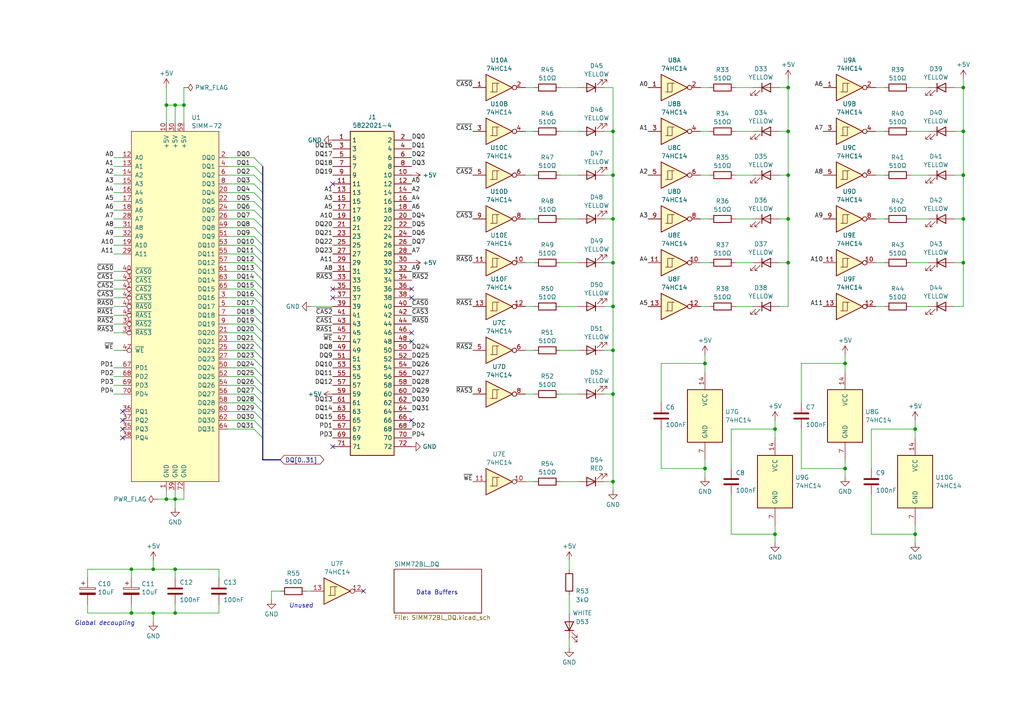
<source format=kicad_sch>
(kicad_sch (version 20231120) (generator "eeschema") (generator_version "8.0")
  (paper "A4")
  (title_block (title "SIMM72BL") (date "2024-12-04") (rev "1.2") (company "Lostwave") (comment 1 "https://github.com/demik/oldworld") (comment 2 "68kmla"))
  (junction (at 48.26 144.78))
  (junction (at 50.8 144.78))
  (junction (at 204.47 135.89))
  (junction (at 177.8 50.8))
  (junction (at 50.8 30.48))
  (junction (at 245.11 135.89))
  (junction (at 177.8 101.6))
  (junction (at 50.8 177.8))
  (junction (at 38.1 165.1))
  (junction (at 38.1 177.8))
  (junction (at 177.8 38.1))
  (junction (at 279.4 38.1))
  (junction (at 224.79 124.46))
  (junction (at 265.43 154.94))
  (junction (at 228.6 63.5))
  (junction (at 279.4 63.5))
  (junction (at 228.6 25.4))
  (junction (at 177.8 88.9))
  (junction (at 224.79 154.94))
  (junction (at 177.8 114.3))
  (junction (at 50.8 165.1))
  (junction (at 48.26 30.48))
  (junction (at 177.8 139.7))
  (junction (at 228.6 38.1))
  (junction (at 204.47 105.41))
  (junction (at 44.45 177.8))
  (junction (at 177.8 76.2))
  (junction (at 228.6 50.8))
  (junction (at 265.43 124.46))
  (junction (at 279.4 50.8))
  (junction (at 53.34 30.48))
  (junction (at 177.8 63.5))
  (junction (at 279.4 25.4))
  (junction (at 245.11 105.41))
  (junction (at 279.4 76.2))
  (junction (at 44.45 165.1))
  (junction (at 228.6 76.2))
  (no_connect (at 35.56 124.46))
  (no_connect (at 119.38 99.06))
  (no_connect (at 35.56 119.38))
  (no_connect (at 96.52 129.54))
  (no_connect (at 119.38 86.36))
  (no_connect (at 96.52 83.82))
  (no_connect (at 35.56 121.92))
  (no_connect (at 35.56 127))
  (no_connect (at 119.38 121.92))
  (no_connect (at 119.38 83.82))
  (no_connect (at 96.52 86.36))
  (no_connect (at 105.41 171.45))
  (no_connect (at 96.52 53.34))
  (no_connect (at 119.38 96.52))
  (bus_entry (at 73.66 60.96) (size 2.54 2.54))
  (bus_entry (at 73.66 99.06) (size 2.54 2.54))
  (bus_entry (at 73.66 96.52) (size 2.54 2.54))
  (bus_entry (at 73.66 111.76) (size 2.54 2.54))
  (bus_entry (at 73.66 91.44) (size 2.54 2.54))
  (bus_entry (at 73.66 66.04) (size 2.54 2.54))
  (bus_entry (at 73.66 58.42) (size 2.54 2.54))
  (bus_entry (at 73.66 101.6) (size 2.54 2.54))
  (bus_entry (at 73.66 53.34) (size 2.54 2.54))
  (bus_entry (at 73.66 63.5) (size 2.54 2.54))
  (bus_entry (at 73.66 121.92) (size 2.54 2.54))
  (bus_entry (at 73.66 48.26) (size 2.54 2.54))
  (bus_entry (at 73.66 78.74) (size 2.54 2.54))
  (bus_entry (at 73.66 45.72) (size 2.54 2.54))
  (bus_entry (at 73.66 50.8) (size 2.54 2.54))
  (bus_entry (at 73.66 116.84) (size 2.54 2.54))
  (bus_entry (at 73.66 104.14) (size 2.54 2.54))
  (bus_entry (at 73.66 124.46) (size 2.54 2.54))
  (bus_entry (at 73.66 119.38) (size 2.54 2.54))
  (bus_entry (at 73.66 106.68) (size 2.54 2.54))
  (bus_entry (at 73.66 88.9) (size 2.54 2.54))
  (bus_entry (at 73.66 114.3) (size 2.54 2.54))
  (bus_entry (at 73.66 76.2) (size 2.54 2.54))
  (bus_entry (at 73.66 109.22) (size 2.54 2.54))
  (bus_entry (at 73.66 68.58) (size 2.54 2.54))
  (bus_entry (at 73.66 83.82) (size 2.54 2.54))
  (bus_entry (at 73.66 55.88) (size 2.54 2.54))
  (bus_entry (at 73.66 73.66) (size 2.54 2.54))
  (bus_entry (at 73.66 93.98) (size 2.54 2.54))
  (bus_entry (at 73.66 86.36) (size 2.54 2.54))
  (bus_entry (at 73.66 71.12) (size 2.54 2.54))
  (bus_entry (at 73.66 81.28) (size 2.54 2.54))
  (wire (pts (xy 33.02 63.5) (xy 35.56 63.5)))
  (bus (pts (xy 76.2 116.84) (xy 76.2 119.38)))
  (wire (pts (xy 162.56 101.6) (xy 167.64 101.6)))
  (wire (pts (xy 232.41 116.84) (xy 232.41 105.41)))
  (wire (pts (xy 53.34 144.78) (xy 53.34 142.24)))
  (wire (pts (xy 254 88.9) (xy 256.54 88.9)))
  (wire (pts (xy 252.73 135.89) (xy 252.73 124.46)))
  (bus (pts (xy 76.2 66.04) (xy 76.2 68.58)))
  (wire (pts (xy 152.4 114.3) (xy 154.94 114.3)))
  (wire (pts (xy 152.4 38.1) (xy 154.94 38.1)))
  (wire (pts (xy 33.02 83.82) (xy 35.56 83.82)))
  (wire (pts (xy 50.8 30.48) (xy 48.26 30.48)))
  (bus (pts (xy 76.2 88.9) (xy 76.2 91.44)))
  (wire (pts (xy 48.26 25.4) (xy 48.26 30.48)))
  (wire (pts (xy 232.41 135.89) (xy 232.41 124.46)))
  (bus (pts (xy 76.2 78.74) (xy 76.2 81.28)))
  (wire (pts (xy 33.02 48.26) (xy 35.56 48.26)))
  (wire (pts (xy 232.41 105.41) (xy 245.11 105.41)))
  (wire (pts (xy 165.1 185.42) (xy 165.1 187.96)))
  (wire (pts (xy 264.16 88.9) (xy 269.24 88.9)))
  (wire (pts (xy 66.04 111.76) (xy 73.66 111.76)))
  (wire (pts (xy 25.4 175.26) (xy 25.4 177.8)))
  (wire (pts (xy 245.11 105.41) (xy 245.11 107.95)))
  (wire (pts (xy 245.11 135.89) (xy 232.41 135.89)))
  (wire (pts (xy 50.8 177.8) (xy 63.5 177.8)))
  (wire (pts (xy 45.72 144.78) (xy 48.26 144.78)))
  (wire (pts (xy 228.6 50.8) (xy 226.06 50.8)))
  (bus (pts (xy 76.2 63.5) (xy 76.2 66.04)))
  (bus (pts (xy 76.2 53.34) (xy 76.2 55.88)))
  (wire (pts (xy 191.77 105.41) (xy 204.47 105.41)))
  (wire (pts (xy 264.16 76.2) (xy 269.24 76.2)))
  (wire (pts (xy 226.06 88.9) (xy 228.6 88.9)))
  (wire (pts (xy 50.8 144.78) (xy 50.8 147.32)))
  (wire (pts (xy 33.02 101.6) (xy 35.56 101.6)))
  (wire (pts (xy 165.1 172.72) (xy 165.1 177.8)))
  (bus (pts (xy 76.2 96.52) (xy 76.2 99.06)))
  (wire (pts (xy 66.04 83.82) (xy 73.66 83.82)))
  (wire (pts (xy 228.6 25.4) (xy 228.6 38.1)))
  (wire (pts (xy 279.4 38.1) (xy 279.4 50.8)))
  (wire (pts (xy 276.86 76.2) (xy 279.4 76.2)))
  (bus (pts (xy 76.2 76.2) (xy 76.2 78.74)))
  (wire (pts (xy 279.4 76.2) (xy 279.4 63.5)))
  (wire (pts (xy 279.4 38.1) (xy 276.86 38.1)))
  (wire (pts (xy 162.56 114.3) (xy 167.64 114.3)))
  (bus (pts (xy 76.2 93.98) (xy 76.2 96.52)))
  (wire (pts (xy 25.4 165.1) (xy 38.1 165.1)))
  (wire (pts (xy 254 63.5) (xy 256.54 63.5)))
  (wire (pts (xy 66.04 76.2) (xy 73.66 76.2)))
  (wire (pts (xy 66.04 121.92) (xy 73.66 121.92)))
  (bus (pts (xy 76.2 111.76) (xy 76.2 114.3)))
  (wire (pts (xy 152.4 76.2) (xy 154.94 76.2)))
  (wire (pts (xy 66.04 68.58) (xy 73.66 68.58)))
  (wire (pts (xy 33.02 50.8) (xy 35.56 50.8)))
  (wire (pts (xy 63.5 165.1) (xy 63.5 167.64)))
  (wire (pts (xy 254 25.4) (xy 256.54 25.4)))
  (wire (pts (xy 48.26 142.24) (xy 48.26 144.78)))
  (wire (pts (xy 204.47 102.87) (xy 204.47 105.41)))
  (wire (pts (xy 33.02 68.58) (xy 35.56 68.58)))
  (wire (pts (xy 177.8 25.4) (xy 177.8 38.1)))
  (wire (pts (xy 66.04 109.22) (xy 73.66 109.22)))
  (bus (pts (xy 76.2 99.06) (xy 76.2 101.6)))
  (wire (pts (xy 228.6 38.1) (xy 228.6 50.8)))
  (wire (pts (xy 66.04 116.84) (xy 73.66 116.84)))
  (wire (pts (xy 66.04 101.6) (xy 73.66 101.6)))
  (wire (pts (xy 66.04 55.88) (xy 73.66 55.88)))
  (wire (pts (xy 48.26 144.78) (xy 50.8 144.78)))
  (wire (pts (xy 279.4 50.8) (xy 279.4 63.5)))
  (wire (pts (xy 228.6 25.4) (xy 226.06 25.4)))
  (wire (pts (xy 279.4 63.5) (xy 276.86 63.5)))
  (wire (pts (xy 152.4 25.4) (xy 154.94 25.4)))
  (wire (pts (xy 177.8 38.1) (xy 175.26 38.1)))
  (wire (pts (xy 33.02 96.52) (xy 35.56 96.52)))
  (wire (pts (xy 204.47 135.89) (xy 191.77 135.89)))
  (wire (pts (xy 175.26 88.9) (xy 177.8 88.9)))
  (wire (pts (xy 203.2 88.9) (xy 205.74 88.9)))
  (wire (pts (xy 213.36 38.1) (xy 218.44 38.1)))
  (wire (pts (xy 66.04 81.28) (xy 73.66 81.28)))
  (wire (pts (xy 228.6 76.2) (xy 228.6 63.5)))
  (wire (pts (xy 33.02 66.04) (xy 35.56 66.04)))
  (wire (pts (xy 177.8 101.6) (xy 177.8 88.9)))
  (wire (pts (xy 152.4 88.9) (xy 154.94 88.9)))
  (wire (pts (xy 254 38.1) (xy 256.54 38.1)))
  (wire (pts (xy 162.56 139.7) (xy 167.64 139.7)))
  (bus (pts (xy 76.2 106.68) (xy 76.2 109.22)))
  (wire (pts (xy 203.2 25.4) (xy 205.74 25.4)))
  (wire (pts (xy 264.16 38.1) (xy 269.24 38.1)))
  (bus (pts (xy 76.2 91.44) (xy 76.2 93.98)))
  (wire (pts (xy 252.73 154.94) (xy 252.73 143.51)))
  (wire (pts (xy 66.04 86.36) (xy 73.66 86.36)))
  (wire (pts (xy 203.2 76.2) (xy 205.74 76.2)))
  (wire (pts (xy 63.5 177.8) (xy 63.5 175.26)))
  (wire (pts (xy 228.6 50.8) (xy 228.6 63.5)))
  (bus (pts (xy 76.2 58.42) (xy 76.2 60.96)))
  (bus (pts (xy 76.2 60.96) (xy 76.2 63.5)))
  (wire (pts (xy 90.17 88.9) (xy 96.52 88.9)))
  (wire (pts (xy 33.02 81.28) (xy 35.56 81.28)))
  (wire (pts (xy 177.8 139.7) (xy 177.8 142.24)))
  (wire (pts (xy 152.4 63.5) (xy 154.94 63.5)))
  (wire (pts (xy 33.02 58.42) (xy 35.56 58.42)))
  (wire (pts (xy 162.56 63.5) (xy 167.64 63.5)))
  (wire (pts (xy 66.04 104.14) (xy 73.66 104.14)))
  (wire (pts (xy 44.45 177.8) (xy 50.8 177.8)))
  (bus (pts (xy 76.2 133.35) (xy 81.28 133.35)))
  (wire (pts (xy 53.34 30.48) (xy 50.8 30.48)))
  (wire (pts (xy 38.1 165.1) (xy 38.1 167.64)))
  (bus (pts (xy 76.2 127) (xy 76.2 133.35)))
  (wire (pts (xy 204.47 105.41) (xy 204.47 107.95)))
  (wire (pts (xy 66.04 66.04) (xy 73.66 66.04)))
  (wire (pts (xy 279.4 88.9) (xy 279.4 76.2)))
  (wire (pts (xy 78.74 171.45) (xy 81.28 171.45)))
  (wire (pts (xy 162.56 25.4) (xy 167.64 25.4)))
  (wire (pts (xy 38.1 165.1) (xy 44.45 165.1)))
  (wire (pts (xy 66.04 63.5) (xy 73.66 63.5)))
  (bus (pts (xy 76.2 121.92) (xy 76.2 124.46)))
  (wire (pts (xy 66.04 96.52) (xy 73.66 96.52)))
  (wire (pts (xy 53.34 25.4) (xy 53.34 30.48)))
  (wire (pts (xy 175.26 76.2) (xy 177.8 76.2)))
  (wire (pts (xy 254 76.2) (xy 256.54 76.2)))
  (bus (pts (xy 76.2 55.88) (xy 76.2 58.42)))
  (wire (pts (xy 33.02 53.34) (xy 35.56 53.34)))
  (bus (pts (xy 76.2 50.8) (xy 76.2 53.34)))
  (wire (pts (xy 265.43 124.46) (xy 265.43 127)))
  (wire (pts (xy 48.26 30.48) (xy 48.26 35.56)))
  (wire (pts (xy 50.8 144.78) (xy 53.34 144.78)))
  (wire (pts (xy 33.02 55.88) (xy 35.56 55.88)))
  (wire (pts (xy 162.56 88.9) (xy 167.64 88.9)))
  (wire (pts (xy 66.04 91.44) (xy 73.66 91.44)))
  (wire (pts (xy 33.02 93.98) (xy 35.56 93.98)))
  (wire (pts (xy 88.9 171.45) (xy 90.17 171.45)))
  (bus (pts (xy 76.2 71.12) (xy 76.2 73.66)))
  (bus (pts (xy 76.2 81.28) (xy 76.2 83.82)))
  (wire (pts (xy 177.8 63.5) (xy 175.26 63.5)))
  (wire (pts (xy 152.4 101.6) (xy 154.94 101.6)))
  (wire (pts (xy 66.04 99.06) (xy 73.66 99.06)))
  (wire (pts (xy 279.4 22.86) (xy 279.4 25.4)))
  (wire (pts (xy 33.02 106.68) (xy 35.56 106.68)))
  (wire (pts (xy 177.8 50.8) (xy 175.26 50.8)))
  (wire (pts (xy 162.56 38.1) (xy 167.64 38.1)))
  (wire (pts (xy 152.4 139.7) (xy 154.94 139.7)))
  (wire (pts (xy 264.16 25.4) (xy 269.24 25.4)))
  (wire (pts (xy 33.02 45.72) (xy 35.56 45.72)))
  (wire (pts (xy 213.36 88.9) (xy 218.44 88.9)))
  (wire (pts (xy 66.04 48.26) (xy 73.66 48.26)))
  (wire (pts (xy 228.6 38.1) (xy 226.06 38.1)))
  (wire (pts (xy 33.02 86.36) (xy 35.56 86.36)))
  (bus (pts (xy 76.2 119.38) (xy 76.2 121.92)))
  (bus (pts (xy 76.2 124.46) (xy 76.2 127)))
  (wire (pts (xy 66.04 114.3) (xy 73.66 114.3)))
  (wire (pts (xy 66.04 50.8) (xy 73.66 50.8)))
  (wire (pts (xy 212.09 124.46) (xy 224.79 124.46)))
  (wire (pts (xy 203.2 50.8) (xy 205.74 50.8)))
  (wire (pts (xy 66.04 45.72) (xy 73.66 45.72)))
  (bus (pts (xy 76.2 101.6) (xy 76.2 104.14)))
  (wire (pts (xy 53.34 35.56) (xy 53.34 30.48)))
  (wire (pts (xy 224.79 152.4) (xy 224.79 154.94)))
  (wire (pts (xy 78.74 173.99) (xy 78.74 171.45)))
  (wire (pts (xy 175.26 101.6) (xy 177.8 101.6)))
  (wire (pts (xy 177.8 76.2) (xy 177.8 63.5)))
  (wire (pts (xy 33.02 88.9) (xy 35.56 88.9)))
  (bus (pts (xy 76.2 114.3) (xy 76.2 116.84)))
  (wire (pts (xy 66.04 93.98) (xy 73.66 93.98)))
  (wire (pts (xy 252.73 124.46) (xy 265.43 124.46)))
  (wire (pts (xy 162.56 50.8) (xy 167.64 50.8)))
  (wire (pts (xy 44.45 177.8) (xy 44.45 180.34)))
  (wire (pts (xy 33.02 71.12) (xy 35.56 71.12)))
  (wire (pts (xy 213.36 25.4) (xy 218.44 25.4)))
  (wire (pts (xy 177.8 25.4) (xy 175.26 25.4)))
  (wire (pts (xy 177.8 114.3) (xy 177.8 101.6)))
  (wire (pts (xy 177.8 88.9) (xy 177.8 76.2)))
  (wire (pts (xy 228.6 88.9) (xy 228.6 76.2)))
  (wire (pts (xy 226.06 76.2) (xy 228.6 76.2)))
  (bus (pts (xy 76.2 86.36) (xy 76.2 88.9)))
  (wire (pts (xy 33.02 73.66) (xy 35.56 73.66)))
  (wire (pts (xy 279.4 50.8) (xy 276.86 50.8)))
  (bus (pts (xy 76.2 104.14) (xy 76.2 106.68)))
  (wire (pts (xy 66.04 71.12) (xy 73.66 71.12)))
  (wire (pts (xy 191.77 135.89) (xy 191.77 124.46)))
  (wire (pts (xy 228.6 63.5) (xy 226.06 63.5)))
  (wire (pts (xy 162.56 76.2) (xy 167.64 76.2)))
  (bus (pts (xy 76.2 68.58) (xy 76.2 71.12)))
  (wire (pts (xy 33.02 91.44) (xy 35.56 91.44)))
  (wire (pts (xy 175.26 139.7) (xy 177.8 139.7)))
  (wire (pts (xy 38.1 177.8) (xy 44.45 177.8)))
  (wire (pts (xy 254 50.8) (xy 256.54 50.8)))
  (wire (pts (xy 265.43 121.92) (xy 265.43 124.46)))
  (wire (pts (xy 38.1 175.26) (xy 38.1 177.8)))
  (wire (pts (xy 279.4 25.4) (xy 279.4 38.1)))
  (wire (pts (xy 33.02 78.74) (xy 35.56 78.74)))
  (wire (pts (xy 33.02 109.22) (xy 35.56 109.22)))
  (bus (pts (xy 76.2 83.82) (xy 76.2 86.36)))
  (wire (pts (xy 204.47 135.89) (xy 204.47 138.43)))
  (wire (pts (xy 66.04 106.68) (xy 73.66 106.68)))
  (wire (pts (xy 177.8 114.3) (xy 177.8 139.7)))
  (wire (pts (xy 44.45 165.1) (xy 50.8 165.1)))
  (wire (pts (xy 203.2 63.5) (xy 205.74 63.5)))
  (wire (pts (xy 33.02 114.3) (xy 35.56 114.3)))
  (wire (pts (xy 50.8 165.1) (xy 50.8 167.64)))
  (bus (pts (xy 76.2 48.26) (xy 76.2 50.8)))
  (wire (pts (xy 50.8 165.1) (xy 63.5 165.1)))
  (wire (pts (xy 265.43 152.4) (xy 265.43 154.94)))
  (wire (pts (xy 213.36 50.8) (xy 218.44 50.8)))
  (wire (pts (xy 245.11 102.87) (xy 245.11 105.41)))
  (wire (pts (xy 66.04 78.74) (xy 73.66 78.74)))
  (wire (pts (xy 50.8 142.24) (xy 50.8 144.78)))
  (wire (pts (xy 152.4 50.8) (xy 154.94 50.8)))
  (wire (pts (xy 66.04 119.38) (xy 73.66 119.38)))
  (wire (pts (xy 25.4 167.64) (xy 25.4 165.1)))
  (wire (pts (xy 165.1 162.56) (xy 165.1 165.1)))
  (wire (pts (xy 25.4 177.8) (xy 38.1 177.8)))
  (wire (pts (xy 224.79 154.94) (xy 224.79 157.48)))
  (wire (pts (xy 276.86 88.9) (xy 279.4 88.9)))
  (wire (pts (xy 177.8 38.1) (xy 177.8 50.8)))
  (wire (pts (xy 66.04 53.34) (xy 73.66 53.34)))
  (wire (pts (xy 245.11 133.35) (xy 245.11 135.89)))
  (wire (pts (xy 66.04 73.66) (xy 73.66 73.66)))
  (wire (pts (xy 44.45 162.56) (xy 44.45 165.1)))
  (wire (pts (xy 224.79 124.46) (xy 224.79 127)))
  (wire (pts (xy 204.47 133.35) (xy 204.47 135.89)))
  (bus (pts (xy 76.2 73.66) (xy 76.2 76.2)))
  (wire (pts (xy 203.2 38.1) (xy 205.74 38.1)))
  (wire (pts (xy 264.16 50.8) (xy 269.24 50.8)))
  (wire (pts (xy 279.4 25.4) (xy 276.86 25.4)))
  (bus (pts (xy 76.2 109.22) (xy 76.2 111.76)))
  (wire (pts (xy 213.36 76.2) (xy 218.44 76.2)))
  (wire (pts (xy 66.04 60.96) (xy 73.66 60.96)))
  (wire (pts (xy 224.79 121.92) (xy 224.79 124.46)))
  (wire (pts (xy 212.09 154.94) (xy 212.09 143.51)))
  (wire (pts (xy 245.11 135.89) (xy 245.11 138.43)))
  (wire (pts (xy 212.09 135.89) (xy 212.09 124.46)))
  (wire (pts (xy 33.02 60.96) (xy 35.56 60.96)))
  (wire (pts (xy 264.16 63.5) (xy 269.24 63.5)))
  (wire (pts (xy 50.8 175.26) (xy 50.8 177.8)))
  (wire (pts (xy 224.79 154.94) (xy 212.09 154.94)))
  (wire (pts (xy 228.6 22.86) (xy 228.6 25.4)))
  (wire (pts (xy 50.8 30.48) (xy 50.8 35.56)))
  (wire (pts (xy 33.02 111.76) (xy 35.56 111.76)))
  (wire (pts (xy 191.77 116.84) (xy 191.77 105.41)))
  (wire (pts (xy 265.43 154.94) (xy 252.73 154.94)))
  (wire (pts (xy 66.04 58.42) (xy 73.66 58.42)))
  (wire (pts (xy 177.8 50.8) (xy 177.8 63.5)))
  (wire (pts (xy 213.36 63.5) (xy 218.44 63.5)))
  (wire (pts (xy 66.04 124.46) (xy 73.66 124.46)))
  (wire (pts (xy 175.26 114.3) (xy 177.8 114.3)))
  (wire (pts (xy 265.43 154.94) (xy 265.43 157.48)))
  (wire (pts (xy 66.04 88.9) (xy 73.66 88.9)))
  (text "Global decoupling" (at 21.59 181.61 0) (effects (font (size 1.27 1.27) (italic yes)) (justify left bottom)))
  (text "Data Buffers" (at 120.65 172.72 0) (effects (font (size 1.27 1.27)) (justify left bottom)))
  (text "Unused" (at 83.82 176.53 0) (effects (font (size 1.27 1.27) (italic yes)) (justify left bottom)))
  (label "DQ27" (at 119.38 109.22 0))
  (label "~{RAS1}" (at 137.16 88.9 180))
  (label "DQ10" (at 68.58 71.12 0))
  (label "A7" (at 119.38 73.66 0))
  (label "DQ8" (at 68.58 66.04 0))
  (label "A6" (at 119.38 60.96 0))
  (label "PD4" (at 119.38 127 0))
  (label "A1" (at 33.02 48.26 180))
  (label "~{WE}" (at 96.52 99.06 180))
  (label "A1" (at 96.52 55.88 180))
  (label "A10" (at 238.76 76.2 180))
  (label "DQ1" (at 68.58 48.26 0))
  (label "DQ9" (at 96.52 104.14 180))
  (label "A3" (at 33.02 53.34 180))
  (label "PD1" (at 33.02 106.68 180))
  (label "DQ3" (at 119.38 48.26 0))
  (label "A10" (at 96.52 63.5 180))
  (label "~{WE}" (at 33.02 101.6 180))
  (label "~{CAS3}" (at 33.02 86.36 180))
  (label "A5" (at 33.02 58.42 180))
  (label "A0" (at 33.02 45.72 180))
  (label "A10" (at 33.02 71.12 180))
  (label "PD4" (at 33.02 114.3 180))
  (label "DQ7" (at 119.38 71.12 0))
  (label "A6" (at 238.76 25.4 180))
  (label "A9" (at 238.76 63.5 180))
  (label "DQ1" (at 119.38 43.18 0))
  (label "A2" (at 187.96 50.8 180))
  (label "DQ13" (at 96.52 116.84 180))
  (label "DQ28" (at 68.58 116.84 0))
  (label "DQ28" (at 119.38 111.76 0))
  (label "DQ13" (at 68.58 78.74 0))
  (label "DQ5" (at 119.38 66.04 0))
  (label "DQ23" (at 68.58 104.14 0))
  (label "DQ0" (at 68.58 45.72 0))
  (label "DQ17" (at 96.52 45.72 180))
  (label "~{CAS3}" (at 119.38 91.44 0))
  (label "A7" (at 33.02 63.5 180))
  (label "DQ6" (at 68.58 60.96 0))
  (label "DQ18" (at 96.52 48.26 180))
  (label "A11" (at 96.52 76.2 180))
  (label "~{CAS0}" (at 33.02 78.74 180))
  (label "DQ20" (at 96.52 66.04 180))
  (label "DQ12" (at 68.58 76.2 0))
  (label "DQ20" (at 68.58 96.52 0))
  (label "DQ17" (at 68.58 88.9 0))
  (label "A8" (at 96.52 78.74 180))
  (label "DQ21" (at 96.52 68.58 180))
  (label "DQ23" (at 96.52 73.66 180))
  (label "DQ7" (at 68.58 63.5 0))
  (label "DQ4" (at 68.58 55.88 0))
  (label "DQ12" (at 96.52 111.76 180))
  (label "DQ3" (at 68.58 53.34 0))
  (label "DQ30" (at 68.58 121.92 0))
  (label "DQ5" (at 68.58 58.42 0))
  (label "PD3" (at 96.52 127 180))
  (label "A2" (at 33.02 50.8 180))
  (label "A8" (at 238.76 50.8 180))
  (label "DQ26" (at 119.38 106.68 0))
  (label "DQ15" (at 68.58 83.82 0))
  (label "DQ31" (at 119.38 119.38 0))
  (label "DQ30" (at 119.38 116.84 0))
  (label "~{CAS0}" (at 119.38 88.9 0))
  (label "DQ18" (at 68.58 91.44 0))
  (label "~{RAS3}" (at 137.16 114.3 180))
  (label "DQ29" (at 68.58 119.38 0))
  (label "A11" (at 238.76 88.9 180))
  (label "DQ22" (at 96.52 71.12 180))
  (label "A5" (at 187.96 88.9 180))
  (label "DQ14" (at 68.58 81.28 0))
  (label "DQ14" (at 96.52 119.38 180))
  (label "DQ22" (at 68.58 101.6 0))
  (label "DQ6" (at 119.38 68.58 0))
  (label "~{RAS0}" (at 33.02 88.9 180))
  (label "DQ25" (at 119.38 104.14 0))
  (label "~{RAS2}" (at 33.02 93.98 180))
  (label "~{WE}" (at 137.16 139.7 180))
  (label "~{CAS2}" (at 96.52 91.44 180))
  (label "~{RAS3}" (at 96.52 81.28 180))
  (label "DQ27" (at 68.58 114.3 0))
  (label "A1" (at 187.96 38.1 180))
  (label "PD2" (at 33.02 109.22 180))
  (label "~{CAS1}" (at 33.02 81.28 180))
  (label "DQ11" (at 68.58 73.66 0))
  (label "A3" (at 187.96 63.5 180))
  (label "DQ16" (at 68.58 86.36 0))
  (label "PD1" (at 96.52 124.46 180))
  (label "~{RAS0}" (at 137.16 76.2 180))
  (label "A4" (at 119.38 58.42 0))
  (label "A0" (at 119.38 53.34 0))
  (label "~{RAS3}" (at 33.02 96.52 180))
  (label "A8" (at 33.02 66.04 180))
  (label "DQ15" (at 96.52 121.92 180))
  (label "~{CAS1}" (at 137.16 38.1 180))
  (label "DQ16" (at 96.52 43.18 180))
  (label "DQ24" (at 68.58 106.68 0))
  (label "DQ19" (at 68.58 93.98 0))
  (label "DQ9" (at 68.58 68.58 0))
  (label "DQ25" (at 68.58 109.22 0))
  (label "~{CAS0}" (at 137.16 25.4 180))
  (label "DQ8" (at 96.52 101.6 180))
  (label "A9" (at 33.02 68.58 180))
  (label "DQ10" (at 96.52 106.68 180))
  (label "~{CAS3}" (at 137.16 63.5 180))
  (label "~{CAS1}" (at 96.52 93.98 180))
  (label "DQ11" (at 96.52 109.22 180))
  (label "~{RAS1}" (at 96.52 96.52 180))
  (label "~{RAS2}" (at 119.38 81.28 0))
  (label "A4" (at 187.96 76.2 180))
  (label "DQ2" (at 68.58 50.8 0))
  (label "PD3" (at 33.02 111.76 180))
  (label "DQ31" (at 68.58 124.46 0))
  (label "A4" (at 33.02 55.88 180))
  (label "DQ21" (at 68.58 99.06 0))
  (label "PD2" (at 119.38 124.46 0))
  (label "A3" (at 96.52 58.42 180))
  (label "~{RAS1}" (at 33.02 91.44 180))
  (label "DQ19" (at 96.52 50.8 180))
  (label "A9" (at 119.38 78.74 0))
  (label "DQ24" (at 119.38 101.6 0))
  (label "~{RAS0}" (at 119.38 93.98 0))
  (label "DQ4" (at 119.38 63.5 0))
  (label "A0" (at 187.96 25.4 180))
  (label "DQ26" (at 68.58 111.76 0))
  (label "DQ2" (at 119.38 45.72 0))
  (label "~{CAS2}" (at 33.02 83.82 180))
  (label "~{RAS2}" (at 137.16 101.6 180))
  (label "DQ29" (at 119.38 114.3 0))
  (label "~{CAS2}" (at 137.16 50.8 180))
  (label "A5" (at 96.52 60.96 180))
  (label "DQ0" (at 119.38 40.64 0))
  (label "A11" (at 33.02 73.66 180))
  (label "A7" (at 238.76 38.1 180))
  (label "A2" (at 119.38 55.88 0))
  (label "A6" (at 33.02 60.96 180))
  (global_label "DQ[0..31]" (shape bidirectional) (at 81.28 133.35 0) (property "Intersheetrefs" "${INTERSHEET_REFS}" (effects (hide yes))))
  (symbol (lib_id "Device:LED") (at 171.45 38.1 180) (unit 1)
    (property "Reference" "D46" (at 173.0375 31.7967 0))
    (property "Value" "YELLOW" (at 173.0375 34.2209 0))
    (property "Footprint" "Diode_SMD:D_0805_2012Metric" (effects (hide yes)))
  )
  (symbol (lib_id "power:+5V") (at 44.45 162.56 0) (unit 1)
    (property "Reference" "#PWR038" (effects (hide yes)))
    (property "Value" "+5V" (at 44.45 158.4269 0))
  )
  (symbol (lib_id "Device:LED") (at 171.45 76.2 180) (unit 1)
    (property "Reference" "D49" (at 173.0375 69.8967 0))
    (property "Value" "YELLOW" (at 173.0375 72.3209 0))
    (property "Footprint" "Diode_SMD:D_0805_2012Metric" (effects (hide yes)))
  )
  (symbol (lib_id "power:GND") (at 265.43 157.48 0) (unit 1)
    (property "Reference" "#PWR026" (effects (hide yes)))
    (property "Value" "GND" (at 265.43 161.6131 0))
  )
  (symbol (lib_id "74xx:74HC14") (at 195.58 63.5 0) (unit 4)
    (property "Reference" "U8" (at 195.58 55.5457 0))
    (property "Value" "74HC14" (at 195.58 57.9699 0))
    (property "Footprint" "Package_SO:SOIC-14_3.9x8.7mm_P1.27mm" (effects (hide yes)))
    (property "Datasheet" "http://www.ti.com/lit/gpn/sn74HC14" (effects (hide yes)))
  )
  (symbol (lib_id "power:+5V") (at 119.38 50.8 270) (unit 1)
    (property "Reference" "#PWR030" (effects (hide yes)))
    (property "Value" "+5V" (at 122.555 50.8 90) (effects (justify left)))
  )
  (symbol (lib_id "74xx:74HC14") (at 144.78 88.9 0) (unit 6)
    (property "Reference" "U10" (at 144.78 80.9457 0))
    (property "Value" "74HC14" (at 144.78 83.3699 0))
    (property "Footprint" "Package_SO:SOIC-14_3.9x8.7mm_P1.27mm" (effects (hide yes)))
    (property "Datasheet" "http://www.ti.com/lit/gpn/sn74HC14" (effects (hide yes)))
  )
  (symbol (lib_id "Device:R") (at 158.75 101.6 90) (unit 1)
    (property "Reference" "R51" (at 158.75 96.4397 90))
    (property "Value" "510Ω" (at 158.75 98.8639 90))
    (property "Footprint" "Resistor_SMD:R_0402_1005Metric" (effects (hide yes)))
  )
  (symbol (lib_id "power:GND") (at 224.79 157.48 0) (unit 1)
    (property "Reference" "#PWR024" (effects (hide yes)))
    (property "Value" "GND" (at 224.79 161.6131 0))
  )
  (symbol (lib_id "Device:R") (at 209.55 25.4 90) (unit 1)
    (property "Reference" "R33" (at 209.55 20.2397 90))
    (property "Value" "510Ω" (at 209.55 22.6639 90))
    (property "Footprint" "Resistor_SMD:R_0402_1005Metric" (effects (hide yes)))
  )
  (symbol (lib_id "Device:LED") (at 171.45 25.4 180) (unit 1)
    (property "Reference" "D45" (at 173.0375 19.0967 0))
    (property "Value" "YELLOW" (at 173.0375 21.5209 0))
    (property "Footprint" "Diode_SMD:D_0805_2012Metric" (effects (hide yes)))
  )
  (symbol (lib_id "Device:LED") (at 171.45 101.6 180) (unit 1)
    (property "Reference" "D51" (at 173.0375 95.2967 0))
    (property "Value" "YELLOW" (at 173.0375 97.7209 0))
    (property "Footprint" "Diode_SMD:D_0805_2012Metric" (effects (hide yes)))
  )
  (symbol (lib_id "power:PWR_FLAG") (at 53.34 25.4 270) (unit 1)
    (property "Reference" "#FLG01" (effects (hide yes)))
    (property "Value" "PWR_FLAG" (at 56.515 25.4 90) (effects (justify left)))
  )
  (symbol (lib_id "power:GND") (at 78.74 173.99 0) (unit 1)
    (property "Reference" "#PWR036" (effects (hide yes)))
    (property "Value" "GND" (at 78.74 178.1231 0))
  )
  (symbol (lib_id "Device:C_Polarized") (at 25.4 171.45 0) (unit 1)
    (property "Reference" "C10" (at 28.321 169.3489 0) (effects (justify left)))
    (property "Value" "10uF" (at 28.321 171.7731 0) (effects (justify left)))
    (property "Footprint" "Capacitor_Tantalum_SMD:CP_EIA-3216-10_Kemet-I" (effects (hide yes)))
  )
  (symbol (lib_id "74xx:74HC14") (at 246.38 76.2 0) (unit 5)
    (property "Reference" "U9" (at 246.38 68.2457 0))
    (property "Value" "74HC14" (at 246.38 70.6699 0))
    (property "Footprint" "Package_SO:SOIC-14_3.9x8.7mm_P1.27mm" (effects (hide yes)))
    (property "Datasheet" "http://www.ti.com/lit/gpn/sn74HC14" (effects (hide yes)))
  )
  (symbol (lib_id "Device:LED") (at 273.05 76.2 0) (unit 1)
    (property "Reference" "D43" (at 271.4625 70.7857 0))
    (property "Value" "YELLOW" (at 271.4625 73.2099 0))
    (property "Footprint" "Diode_SMD:D_0805_2012Metric" (effects (hide yes)))
  )
  (symbol (lib_id "Device:R") (at 158.75 63.5 90) (unit 1)
    (property "Reference" "R48" (at 158.75 58.3397 90))
    (property "Value" "510Ω" (at 158.75 60.7639 90))
    (property "Footprint" "Resistor_SMD:R_0402_1005Metric" (effects (hide yes)))
  )
  (symbol (lib_id "Device:LED") (at 171.45 50.8 180) (unit 1)
    (property "Reference" "D47" (at 173.0375 44.4967 0))
    (property "Value" "YELLOW" (at 173.0375 46.9209 0))
    (property "Footprint" "Diode_SMD:D_0805_2012Metric" (effects (hide yes)))
  )
  (symbol (lib_id "Device:R") (at 209.55 38.1 90) (unit 1)
    (property "Reference" "R34" (at 209.55 32.9397 90))
    (property "Value" "510Ω" (at 209.55 35.3639 90))
    (property "Footprint" "Resistor_SMD:R_0402_1005Metric" (effects (hide yes)))
  )
  (symbol (lib_id "power:GND") (at 245.11 138.43 0) (unit 1)
    (property "Reference" "#PWR022" (effects (hide yes)))
    (property "Value" "GND" (at 245.11 142.5631 0))
  )
  (symbol (lib_id "Device:LED") (at 171.45 88.9 180) (unit 1)
    (property "Reference" "D50" (at 173.0375 82.5967 0))
    (property "Value" "YELLOW" (at 173.0375 85.0209 0))
    (property "Footprint" "Diode_SMD:D_0805_2012Metric" (effects (hide yes)))
  )
  (symbol (lib_id "Device:R") (at 158.75 50.8 90) (unit 1)
    (property "Reference" "R47" (at 158.75 45.6397 90))
    (property "Value" "510Ω" (at 158.75 48.0639 90))
    (property "Footprint" "Resistor_SMD:R_0402_1005Metric" (effects (hide yes)))
  )
  (symbol (lib_id "74xx:74HC14") (at 246.38 50.8 0) (unit 3)
    (property "Reference" "U9" (at 246.38 42.8457 0))
    (property "Value" "74HC14" (at 246.38 45.2699 0))
    (property "Footprint" "Package_SO:SOIC-14_3.9x8.7mm_P1.27mm" (effects (hide yes)))
    (property "Datasheet" "http://www.ti.com/lit/gpn/sn74HC14" (effects (hide yes)))
  )
  (symbol (lib_id "Device:R") (at 209.55 76.2 90) (unit 1)
    (property "Reference" "R37" (at 209.55 71.0397 90))
    (property "Value" "510Ω" (at 209.55 73.4639 90))
    (property "Footprint" "Resistor_SMD:R_0402_1005Metric" (effects (hide yes)))
  )
  (symbol (lib_id "power:GND") (at 44.45 180.34 0) (unit 1)
    (property "Reference" "#PWR037" (effects (hide yes)))
    (property "Value" "GND" (at 44.45 184.4731 0))
  )
  (symbol (lib_id "Device:LED") (at 222.25 50.8 0) (unit 1)
    (property "Reference" "D35" (at 220.6625 45.3857 0))
    (property "Value" "YELLOW" (at 220.6625 47.8099 0))
    (property "Footprint" "Diode_SMD:D_0805_2012Metric" (effects (hide yes)))
  )
  (symbol (lib_id "74xx:74HC14") (at 195.58 38.1 0) (unit 2)
    (property "Reference" "U8" (at 195.58 30.1457 0))
    (property "Value" "74HC14" (at 195.58 32.5699 0))
    (property "Footprint" "Package_SO:SOIC-14_3.9x8.7mm_P1.27mm" (effects (hide yes)))
    (property "Datasheet" "http://www.ti.com/lit/gpn/sn74HC14" (effects (hide yes)))
  )
  (symbol (lib_id "Device:R") (at 158.75 76.2 90) (unit 1)
    (property "Reference" "R49" (at 158.75 71.0397 90))
    (property "Value" "510Ω" (at 158.75 73.4639 90))
    (property "Footprint" "Resistor_SMD:R_0402_1005Metric" (effects (hide yes)))
  )
  (symbol (lib_id "Device:R") (at 158.75 25.4 90) (unit 1)
    (property "Reference" "R45" (at 158.75 20.2397 90))
    (property "Value" "510Ω" (at 158.75 22.6639 90))
    (property "Footprint" "Resistor_SMD:R_0402_1005Metric" (effects (hide yes)))
  )
  (symbol (lib_id "Device:R") (at 260.35 50.8 90) (unit 1)
    (property "Reference" "R41" (at 260.35 45.6397 90))
    (property "Value" "510Ω" (at 260.35 48.0639 90))
    (property "Footprint" "Resistor_SMD:R_0402_1005Metric" (effects (hide yes)))
  )
  (symbol (lib_id "74xx:74HC14") (at 195.58 50.8 0) (unit 3)
    (property "Reference" "U8" (at 195.58 42.8457 0))
    (property "Value" "74HC14" (at 195.58 45.2699 0))
    (property "Footprint" "Package_SO:SOIC-14_3.9x8.7mm_P1.27mm" (effects (hide yes)))
    (property "Datasheet" "http://www.ti.com/lit/gpn/sn74HC14" (effects (hide yes)))
  )
  (symbol (lib_id "74xx:74HC14") (at 246.38 38.1 0) (unit 2)
    (property "Reference" "U9" (at 246.38 30.1457 0))
    (property "Value" "74HC14" (at 246.38 32.5699 0))
    (property "Footprint" "Package_SO:SOIC-14_3.9x8.7mm_P1.27mm" (effects (hide yes)))
    (property "Datasheet" "http://www.ti.com/lit/gpn/sn74HC14" (effects (hide yes)))
  )
  (symbol (lib_id "Device:C") (at 50.8 171.45 0) (unit 1)
    (property "Reference" "C12" (at 52.07 168.91 0) (effects (justify left)))
    (property "Value" "100nF" (at 52.07 173.99 0) (effects (justify left)))
    (property "Footprint" "Capacitor_SMD:C_0402_1005Metric" (effects (hide yes)))
  )
  (symbol (lib_id "74xx:74HC14") (at 144.78 25.4 0) (unit 1)
    (property "Reference" "U10" (at 144.78 17.4457 0))
    (property "Value" "74HC14" (at 144.78 19.8699 0))
    (property "Footprint" "Package_SO:SOIC-14_3.9x8.7mm_P1.27mm" (effects (hide yes)))
    (property "Datasheet" "http://www.ti.com/lit/gpn/sn74HC14" (effects (hide yes)))
  )
  (symbol (lib_id "Device:R") (at 260.35 88.9 90) (unit 1)
    (property "Reference" "R44" (at 260.35 83.7397 90))
    (property "Value" "510Ω" (at 260.35 86.1639 90))
    (property "Footprint" "Resistor_SMD:R_0402_1005Metric" (effects (hide yes)))
  )
  (symbol (lib_id "Device:LED") (at 222.25 88.9 0) (unit 1)
    (property "Reference" "D38" (at 220.6625 83.4857 0))
    (property "Value" "YELLOW" (at 220.6625 85.9099 0))
    (property "Footprint" "Diode_SMD:D_0805_2012Metric" (effects (hide yes)))
  )
  (symbol (lib_id "power:GND") (at 177.8 142.24 0) (unit 1)
    (property "Reference" "#PWR027" (effects (hide yes)))
    (property "Value" "GND" (at 177.8 146.3731 0))
  )
  (symbol (lib_id "74xx:74HC14") (at 246.38 88.9 0) (unit 6)
    (property "Reference" "U9" (at 246.38 80.9457 0))
    (property "Value" "74HC14" (at 246.38 83.3699 0))
    (property "Footprint" "Package_SO:SOIC-14_3.9x8.7mm_P1.27mm" (effects (hide yes)))
    (property "Datasheet" "http://www.ti.com/lit/gpn/sn74HC14" (effects (hide yes)))
  )
  (symbol (lib_id "power:GND") (at 96.52 40.64 270) (unit 1)
    (property "Reference" "#PWR033" (effects (hide yes)))
    (property "Value" "GND" (at 93.3451 40.64 90) (effects (justify right)))
  )
  (symbol (lib_id "74xx:74HC14") (at 195.58 25.4 0) (unit 1)
    (property "Reference" "U8" (at 195.58 17.4457 0))
    (property "Value" "74HC14" (at 195.58 19.8699 0))
    (property "Footprint" "Package_SO:SOIC-14_3.9x8.7mm_P1.27mm" (effects (hide yes)))
    (property "Datasheet" "http://www.ti.com/lit/gpn/sn74HC14" (effects (hide yes)))
  )
  (symbol (lib_id "Device:LED") (at 165.1 181.61 90) (unit 1)
    (property "Reference" "D53" (at 168.91 180.34 90))
    (property "Value" "WHITE" (at 168.91 177.8 90))
    (property "Footprint" "Diode_SMD:D_0805_2012Metric" (effects (hide yes)))
  )
  (symbol (lib_id "Device:R") (at 158.75 88.9 90) (unit 1)
    (property "Reference" "R50" (at 158.75 83.7397 90))
    (property "Value" "510Ω" (at 158.75 86.1639 90))
    (property "Footprint" "Resistor_SMD:R_0402_1005Metric" (effects (hide yes)))
  )
  (symbol (lib_id "74xx:74HC14") (at 195.58 76.2 0) (unit 5)
    (property "Reference" "U8" (at 195.58 68.2457 0))
    (property "Value" "74HC14" (at 195.58 70.6699 0))
    (property "Footprint" "Package_SO:SOIC-14_3.9x8.7mm_P1.27mm" (effects (hide yes)))
    (property "Datasheet" "http://www.ti.com/lit/gpn/sn74HC14" (effects (hide yes)))
  )
  (symbol (lib_id "Device:LED") (at 273.05 38.1 0) (unit 1)
    (property "Reference" "D40" (at 271.4625 32.6857 0))
    (property "Value" "YELLOW" (at 271.4625 35.1099 0))
    (property "Footprint" "Diode_SMD:D_0805_2012Metric" (effects (hide yes)))
  )
  (symbol (lib_id "Device:LED") (at 171.45 139.7 180) (unit 1)
    (property "Reference" "D54" (at 173.0375 133.3967 0))
    (property "Value" "RED" (at 173.0375 135.8209 0))
    (property "Footprint" "Diode_SMD:D_0805_2012Metric" (effects (hide yes)))
  )
  (symbol (lib_id "Device:C") (at 232.41 120.65 0) (unit 1)
    (property "Reference" "C7" (at 233.68 118.11 0) (effects (justify left)))
    (property "Value" "100nF" (at 233.68 123.19 0) (effects (justify left)))
    (property "Footprint" "Capacitor_SMD:C_0402_1005Metric" (effects (hide yes)))
  )
  (symbol (lib_id "power:+5V") (at 245.11 102.87 0) (unit 1)
    (property "Reference" "#PWR021" (effects (hide yes)))
    (property "Value" "+5V" (at 245.11 98.7369 0))
  )
  (symbol (lib_id "74xx:74HC14") (at 144.78 63.5 0) (unit 4)
    (property "Reference" "U10" (at 144.78 55.5457 0))
    (property "Value" "74HC14" (at 144.78 57.9699 0))
    (property "Footprint" "Package_SO:SOIC-14_3.9x8.7mm_P1.27mm" (effects (hide yes)))
    (property "Datasheet" "http://www.ti.com/lit/gpn/sn74HC14" (effects (hide yes)))
  )
  (symbol (lib_id "power:+5V") (at 204.47 102.87 0) (unit 1)
    (property "Reference" "#PWR019" (effects (hide yes)))
    (property "Value" "+5V" (at 204.47 98.7369 0))
  )
  (symbol (lib_id "Device:R") (at 85.09 171.45 90) (unit 1)
    (property "Reference" "R55" (at 85.09 166.2897 90))
    (property "Value" "510Ω" (at 85.09 168.7139 90))
    (property "Footprint" "Resistor_SMD:R_0402_1005Metric" (effects (hide yes)))
  )
  (symbol (lib_id "74xx:74HC14") (at 265.43 139.7 0) (unit 7)
    (property "Reference" "U10" (at 271.272 138.4879 0) (effects (justify left)))
    (property "Value" "74HC14" (at 271.272 140.9121 0) (effects (justify left)))
    (property "Footprint" "Package_SO:SOIC-14_3.9x8.7mm_P1.27mm" (effects (hide yes)))
    (property "Datasheet" "http://www.ti.com/lit/gpn/sn74HC14" (effects (hide yes)))
  )
  (symbol (lib_id "74xx:74HC14") (at 195.58 88.9 0) (unit 6)
    (property "Reference" "U8" (at 195.58 80.9457 0))
    (property "Value" "74HC14" (at 195.58 83.3699 0))
    (property "Footprint" "Package_SO:SOIC-14_3.9x8.7mm_P1.27mm" (effects (hide yes)))
    (property "Datasheet" "http://www.ti.com/lit/gpn/sn74HC14" (effects (hide yes)))
  )
  (symbol (lib_id "74xx:74HC14") (at 224.79 139.7 0) (unit 7)
    (property "Reference" "U9" (at 230.632 138.4879 0) (effects (justify left)))
    (property "Value" "74HC14" (at 230.632 140.9121 0) (effects (justify left)))
    (property "Footprint" "Package_SO:SOIC-14_3.9x8.7mm_P1.27mm" (effects (hide yes)))
    (property "Datasheet" "http://www.ti.com/lit/gpn/sn74HC14" (effects (hide yes)))
  )
  (symbol (lib_id "power:PWR_FLAG") (at 45.72 144.78 90) (unit 1)
    (property "Reference" "#FLG02" (effects (hide yes)))
    (property "Value" "PWR_FLAG" (at 42.5451 144.78 90) (effects (justify left)))
  )
  (symbol (lib_id "Device:R") (at 165.1 168.91 0) (unit 1)
    (property "Reference" "R53" (at 168.91 171.45 0))
    (property "Value" "3kΩ" (at 168.91 173.99 0))
    (property "Footprint" "Resistor_SMD:R_0402_1005Metric" (effects (hide yes)))
  )
  (symbol (lib_id "Device:R") (at 260.35 38.1 90) (unit 1)
    (property "Reference" "R40" (at 260.35 32.9397 90))
    (property "Value" "510Ω" (at 260.35 35.3639 90))
    (property "Footprint" "Resistor_SMD:R_0402_1005Metric" (effects (hide yes)))
  )
  (symbol (lib_id "Device:R") (at 260.35 63.5 90) (unit 1)
    (property "Reference" "R42" (at 260.35 58.3397 90))
    (property "Value" "510Ω" (at 260.35 60.7639 90))
    (property "Footprint" "Resistor_SMD:R_0402_1005Metric" (effects (hide yes)))
  )
  (symbol (lib_id "power:+5V") (at 224.79 121.92 0) (unit 1)
    (property "Reference" "#PWR023" (effects (hide yes)))
    (property "Value" "+5V" (at 224.79 117.7869 0))
  )
  (symbol (lib_id "Device:C") (at 63.5 171.45 0) (unit 1)
    (property "Reference" "C13" (at 64.77 168.91 0) (effects (justify left)))
    (property "Value" "100nF" (at 64.77 173.99 0) (effects (justify left)))
    (property "Footprint" "Capacitor_SMD:C_0402_1005Metric" (effects (hide yes)))
  )
  (symbol (lib_id "Device:LED") (at 222.25 25.4 0) (unit 1)
    (property "Reference" "D33" (at 220.6625 19.9857 0))
    (property "Value" "YELLOW" (at 220.6625 22.4099 0))
    (property "Footprint" "Diode_SMD:D_0805_2012Metric" (effects (hide yes)))
  )
  (symbol (lib_id "Device:LED") (at 222.25 76.2 0) (unit 1)
    (property "Reference" "D37" (at 220.6625 70.7857 0))
    (property "Value" "YELLOW" (at 220.6625 73.2099 0))
    (property "Footprint" "Diode_SMD:D_0805_2012Metric" (effects (hide yes)))
  )
  (symbol (lib_id "Device:LED") (at 273.05 88.9 0) (unit 1)
    (property "Reference" "D44" (at 271.4625 83.4857 0))
    (property "Value" "YELLOW" (at 271.4625 85.9099 0))
    (property "Footprint" "Diode_SMD:D_0805_2012Metric" (effects (hide yes)))
  )
  (symbol (lib_id "Device:R") (at 158.75 38.1 90) (unit 1)
    (property "Reference" "R46" (at 158.75 32.9397 90))
    (property "Value" "510Ω" (at 158.75 35.3639 90))
    (property "Footprint" "Resistor_SMD:R_0402_1005Metric" (effects (hide yes)))
  )
  (symbol (lib_id "power:GND") (at 50.8 147.32 0) (unit 1)
    (property "Reference" "#PWR01" (effects (hide yes)))
    (property "Value" "GND" (at 50.8 151.4531 0))
  )
  (symbol (lib_id "power:GND") (at 204.47 138.43 0) (unit 1)
    (property "Reference" "#PWR020" (effects (hide yes)))
    (property "Value" "GND" (at 204.47 142.5631 0))
  )
  (symbol (lib_id "power:+5V") (at 265.43 121.92 0) (unit 1)
    (property "Reference" "#PWR025" (effects (hide yes)))
    (property "Value" "+5V" (at 265.43 117.7869 0))
  )
  (symbol (lib_id "power:+5V") (at 228.6 22.86 0) (unit 1)
    (property "Reference" "#PWR017" (effects (hide yes)))
    (property "Value" "+5V" (at 228.6 18.7269 0))
  )
  (symbol (lib_id "Device:R") (at 209.55 88.9 90) (unit 1)
    (property "Reference" "R38" (at 209.55 83.7397 90))
    (property "Value" "510Ω" (at 209.55 86.1639 90))
    (property "Footprint" "Resistor_SMD:R_0402_1005Metric" (effects (hide yes)))
  )
  (symbol (lib_id "Device:C_Polarized") (at 38.1 171.45 0) (unit 1)
    (property "Reference" "C11" (at 41.021 169.3489 0) (effects (justify left)))
    (property "Value" "10uF" (at 41.021 171.7731 0) (effects (justify left)))
    (property "Footprint" "Capacitor_Tantalum_SMD:CP_EIA-3216-10_Kemet-I" (effects (hide yes)))
  )
  (symbol (lib_id "74xx:74HC14") (at 144.78 114.3 0) (unit 4)
    (property "Reference" "U7" (at 144.78 106.3457 0))
    (property "Value" "74HC14" (at 144.78 108.7699 0))
    (property "Footprint" "Package_SO:SOIC-14_3.9x8.7mm_P1.27mm" (effects (hide yes)))
    (property "Datasheet" "http://www.ti.com/lit/gpn/sn74HC14" (effects (hide yes)))
  )
  (symbol (lib_id "Device:R") (at 260.35 76.2 90) (unit 1)
    (property "Reference" "R43" (at 260.35 71.0397 90))
    (property "Value" "510Ω" (at 260.35 73.4639 90))
    (property "Footprint" "Resistor_SMD:R_0402_1005Metric" (effects (hide yes)))
  )
  (symbol (lib_id "Device:LED") (at 273.05 25.4 0) (unit 1)
    (property "Reference" "D39" (at 271.4625 19.9857 0))
    (property "Value" "YELLOW" (at 271.4625 22.4099 0))
    (property "Footprint" "Diode_SMD:D_0805_2012Metric" (effects (hide yes)))
  )
  (symbol (lib_id "power:GND") (at 119.38 129.54 90) (unit 1)
    (property "Reference" "#PWR034" (effects (hide yes)))
    (property "Value" "GND" (at 122.555 129.54 90) (effects (justify right)))
  )
  (symbol (lib_id "Device:LED") (at 171.45 63.5 180) (unit 1)
    (property "Reference" "D48" (at 173.0375 57.1967 0))
    (property "Value" "YELLOW" (at 173.0375 59.6209 0))
    (property "Footprint" "Diode_SMD:D_0805_2012Metric" (effects (hide yes)))
  )
  (symbol (lib_id "74xx:74HC14") (at 144.78 76.2 0) (unit 5)
    (property "Reference" "U10" (at 144.78 68.2457 0))
    (property "Value" "74HC14" (at 144.78 70.6699 0))
    (property "Footprint" "Package_SO:SOIC-14_3.9x8.7mm_P1.27mm" (effects (hide yes)))
    (property "Datasheet" "http://www.ti.com/lit/gpn/sn74HC14" (effects (hide yes)))
  )
  (symbol (lib_id "power:GND") (at 165.1 187.96 0) (unit 1)
    (property "Reference" "#PWR028" (effects (hide yes)))
    (property "Value" "GND" (at 165.1 192.0931 0))
  )
  (symbol (lib_id "Device:LED") (at 273.05 63.5 0) (unit 1)
    (property "Reference" "D42" (at 271.4625 58.0857 0))
    (property "Value" "YELLOW" (at 271.4625 60.5099 0))
    (property "Footprint" "Diode_SMD:D_0805_2012Metric" (effects (hide yes)))
  )
  (symbol (lib_id "Device:LED") (at 171.45 114.3 180) (unit 1)
    (property "Reference" "D52" (at 173.0375 107.9967 0))
    (property "Value" "YELLOW" (at 173.0375 110.4209 0))
    (property "Footprint" "Diode_SMD:D_0805_2012Metric" (effects (hide yes)))
  )
  (symbol (lib_id "74xx:74HC14") (at 144.78 50.8 0) (unit 3)
    (property "Reference" "U10" (at 144.78 42.8457 0))
    (property "Value" "74HC14" (at 144.78 45.2699 0))
    (property "Footprint" "Package_SO:SOIC-14_3.9x8.7mm_P1.27mm" (effects (hide yes)))
    (property "Datasheet" "http://www.ti.com/lit/gpn/sn74HC14" (effects (hide yes)))
  )
  (symbol (lib_id "Device:R") (at 209.55 50.8 90) (unit 1)
    (property "Reference" "R35" (at 209.55 45.6397 90))
    (property "Value" "510Ω" (at 209.55 48.0639 90))
    (property "Footprint" "Resistor_SMD:R_0402_1005Metric" (effects (hide yes)))
  )
  (symbol (lib_id "74xx:74HC14") (at 144.78 139.7 0) (unit 5)
    (property "Reference" "U7" (at 144.78 131.7457 0))
    (property "Value" "74HC14" (at 144.78 134.1699 0))
    (property "Footprint" "Package_SO:SOIC-14_3.9x8.7mm_P1.27mm" (effects (hide yes)))
    (property "Datasheet" "http://www.ti.com/lit/gpn/sn74HC14" (effects (hide yes)))
  )
  (symbol (lib_id "power:+5V") (at 48.26 25.4 0) (unit 1)
    (property "Reference" "#PWR02" (effects (hide yes)))
    (property "Value" "+5V" (at 48.26 21.2669 0))
  )
  (symbol (lib_id "power:GND") (at 90.17 88.9 270) (unit 1)
    (property "Reference" "#PWR035" (effects (hide yes)))
    (property "Value" "GND" (at 86.9951 88.9 90) (effects (justify right)))
  )
  (symbol (lib_id "5822021-4:5822021-4") (at 96.52 129.54 0) (mirror x) (unit 1)
    (property "Reference" "J1" (at 107.95 33.9557 0))
    (property "Value" "5822021-4" (at 107.95 36.3799 0))
    (property "Footprint" "5822021-4_EoB:5822021-4_EoB" (effects (hide yes)))
    (property "Datasheet" "https://www.te.com/commerce/DocumentDelivery/DDEController?Action=showdoc&DocId=Customer+Drawing%7F5822021%7FB1%7Fpdf%7FEnglish%7FENG_CD_5822021_B1.pdf%7F5822021-4" (effects (hide yes)))
    (property "Height" "14.61" (effects (hide yes)))
    (property "Mouser Part Number" "571-5822021-4" (effects (hide yes)))
    (property "Mouser Price/Stock" "https://www.mouser.co.uk/ProductDetail/TE-Connectivity/5822021-4?qs=VZ9FDhhp7SnLrqj7fzsUCg%3D%3D" (effects (hide yes)))
    (property "Manufacturer_Name" "TE Connectivity" (effects (hide yes)))
    (property "Manufacturer_Part_Number" "5822021-4" (effects (hide yes)))
  )
  (symbol (lib_id "74xx:74HC14") (at 144.78 101.6 0) (unit 3)
    (property "Reference" "U7" (at 144.78 93.6457 0))
    (property "Value" "74HC14" (at 144.78 96.0699 0))
    (property "Footprint" "Package_SO:SOIC-14_3.9x8.7mm_P1.27mm" (effects (hide yes)))
    (property "Datasheet" "http://www.ti.com/lit/gpn/sn74HC14" (effects (hide yes)))
  )
  (symbol (lib_id "74xx:74HC14") (at 204.47 120.65 0) (unit 7)
    (property "Reference" "U7" (at 210.312 119.4379 0) (effects (justify left)))
    (property "Value" "74HC14" (at 210.312 121.8621 0) (effects (justify left)))
    (property "Footprint" "Package_SO:SOIC-14_3.9x8.7mm_P1.27mm" (effects (hide yes)))
    (property "Datasheet" "http://www.ti.com/lit/gpn/sn74HC14" (effects (hide yes)))
  )
  (symbol (lib_id "Device:C") (at 191.77 120.65 0) (unit 1)
    (property "Reference" "C6" (at 193.04 118.11 0) (effects (justify left)))
    (property "Value" "100nF" (at 193.04 123.19 0) (effects (justify left)))
    (property "Footprint" "Capacitor_SMD:C_0402_1005Metric" (effects (hide yes)))
  )
  (symbol (lib_id "Device:LED") (at 222.25 38.1 0) (unit 1)
    (property "Reference" "D34" (at 220.6625 32.6857 0))
    (property "Value" "YELLOW" (at 220.6625 35.1099 0))
    (property "Footprint" "Diode_SMD:D_0805_2012Metric" (effects (hide yes)))
  )
  (symbol (lib_id "Device:C") (at 212.09 139.7 0) (unit 1)
    (property "Reference" "C8" (at 213.36 137.16 0) (effects (justify left)))
    (property "Value" "100nF" (at 213.36 142.24 0) (effects (justify left)))
    (property "Footprint" "Capacitor_SMD:C_0402_1005Metric" (effects (hide yes)))
  )
  (symbol (lib_id "74xx:74HC14") (at 246.38 25.4 0) (unit 1)
    (property "Reference" "U9" (at 246.38 17.4457 0))
    (property "Value" "74HC14" (at 246.38 19.8699 0))
    (property "Footprint" "Package_SO:SOIC-14_3.9x8.7mm_P1.27mm" (effects (hide yes)))
    (property "Datasheet" "http://www.ti.com/lit/gpn/sn74HC14" (effects (hide yes)))
  )
  (symbol (lib_id "74xx:74HC14") (at 144.78 38.1 0) (unit 2)
    (property "Reference" "U10" (at 144.78 30.1457 0))
    (property "Value" "74HC14" (at 144.78 32.5699 0))
    (property "Footprint" "Package_SO:SOIC-14_3.9x8.7mm_P1.27mm" (effects (hide yes)))
    (property "Datasheet" "http://www.ti.com/lit/gpn/sn74HC14" (effects (hide yes)))
  )
  (symbol (lib_id "74xx:74HC14") (at 97.79 171.45 0) (unit 6)
    (property "Reference" "U7" (at 97.79 163.4957 0))
    (property "Value" "74HC14" (at 97.79 165.9199 0))
    (property "Footprint" "Package_SO:SOIC-14_3.9x8.7mm_P1.27mm" (effects (hide yes)))
    (property "Datasheet" "http://www.ti.com/lit/gpn/sn74HC14" (effects (hide yes)))
  )
  (symbol (lib_id "Device:R") (at 209.55 63.5 90) (unit 1)
    (property "Reference" "R36" (at 209.55 58.3397 90))
    (property "Value" "510Ω" (at 209.55 60.7639 90))
    (property "Footprint" "Resistor_SMD:R_0402_1005Metric" (effects (hide yes)))
  )
  (symbol (lib_id "Connector_Apple:SIMM-72") (at 50.8 88.9 0) (unit 1)
    (property "Reference" "U1" (at 55.5341 34.0827 0) (effects (justify left)))
    (property "Value" "SIMM-72" (at 55.5341 36.5069 0) (effects (justify left)))
    (property "Footprint" "Connector_Apple:SIMM-72" (effects (hide yes)))
    (property "Datasheet" "https://en.wikipedia.org/wiki/SIMM" (effects (hide yes)))
  )
  (symbol (lib_id "74xx:74HC14") (at 246.38 63.5 0) (unit 4)
    (property "Reference" "U9" (at 246.38 55.5457 0))
    (property "Value" "74HC14" (at 246.38 57.9699 0))
    (property "Footprint" "Package_SO:SOIC-14_3.9x8.7mm_P1.27mm" (effects (hide yes)))
    (property "Datasheet" "http://www.ti.com/lit/gpn/sn74HC14" (effects (hide yes)))
  )
  (symbol (lib_id "power:+5V") (at 96.52 114.3 90) (unit 1)
    (property "Reference" "#PWR032" (effects (hide yes)))
    (property "Value" "+5V" (at 93.3451 114.3 90) (effects (justify left)))
  )
  (symbol (lib_id "Device:LED") (at 273.05 50.8 0) (unit 1)
    (property "Reference" "D41" (at 271.4625 45.3857 0))
    (property "Value" "YELLOW" (at 271.4625 47.8099 0))
    (property "Footprint" "Diode_SMD:D_0805_2012Metric" (effects (hide yes)))
  )
  (symbol (lib_id "Device:C") (at 252.73 139.7 0) (unit 1)
    (property "Reference" "C9" (at 254 137.16 0) (effects (justify left)))
    (property "Value" "100nF" (at 254 142.24 0) (effects (justify left)))
    (property "Footprint" "Capacitor_SMD:C_0402_1005Metric" (effects (hide yes)))
  )
  (symbol (lib_id "power:+5V") (at 279.4 22.86 0) (unit 1)
    (property "Reference" "#PWR018" (effects (hide yes)))
    (property "Value" "+5V" (at 279.4 18.7269 0))
  )
  (symbol (lib_id "Device:R") (at 260.35 25.4 90) (unit 1)
    (property "Reference" "R39" (at 260.35 20.2397 90))
    (property "Value" "510Ω" (at 260.35 22.6639 90))
    (property "Footprint" "Resistor_SMD:R_0402_1005Metric" (effects (hide yes)))
  )
  (symbol (lib_id "74xx:74HC14") (at 245.11 120.65 0) (unit 7)
    (property "Reference" "U8" (at 250.952 119.4379 0) (effects (justify left)))
    (property "Value" "74HC14" (at 250.952 121.8621 0) (effects (justify left)))
    (property "Footprint" "Package_SO:SOIC-14_3.9x8.7mm_P1.27mm" (effects (hide yes)))
    (property "Datasheet" "http://www.ti.com/lit/gpn/sn74HC14" (effects (hide yes)))
  )
  (symbol (lib_id "Device:LED") (at 222.25 63.5 0) (unit 1)
    (property "Reference" "D36" (at 220.6625 58.0857 0))
    (property "Value" "YELLOW" (at 220.6625 60.5099 0))
    (property "Footprint" "Diode_SMD:D_0805_2012Metric" (effects (hide yes)))
  )
  (symbol (lib_id "power:+5V") (at 165.1 162.56 0) (unit 1)
    (property "Reference" "#PWR029" (effects (hide yes)))
    (property "Value" "+5V" (at 165.1 158.4269 0))
  )
  (symbol (lib_id "Device:R") (at 158.75 139.7 90) (unit 1)
    (property "Reference" "R54" (at 158.75 134.5397 90))
    (property "Value" "510Ω" (at 158.75 136.9639 90))
    (property "Footprint" "Resistor_SMD:R_0402_1005Metric" (effects (hide yes)))
  )
  (symbol (lib_id "Device:R") (at 158.75 114.3 90) (unit 1)
    (property "Reference" "R52" (at 158.75 109.1397 90))
    (property "Value" "510Ω" (at 158.75 111.5639 90))
    (property "Footprint" "Resistor_SMD:R_0402_1005Metric" (effects (hide yes)))
  )
  (symbol (lib_id "power:+5V") (at 119.38 76.2 270) (unit 1)
    (property "Reference" "#PWR031" (effects (hide yes)))
    (property "Value" "+5V" (at 122.555 76.2 90) (effects (justify left)))
  )
  (sheet (at 114.3 165.1) (size 25.4 12.7) (stroke (width 0.1524))
    (property "Sheetname" "SIMM72BL_DQ" (at 114.3 164.3884 0) (effects (justify left bottom)))
    (property "Sheetfile" "SIMM72BL_DQ.kicad_sch" (at 114.3 178.3846 0) (effects (justify left top)))
  )
)
</source>
